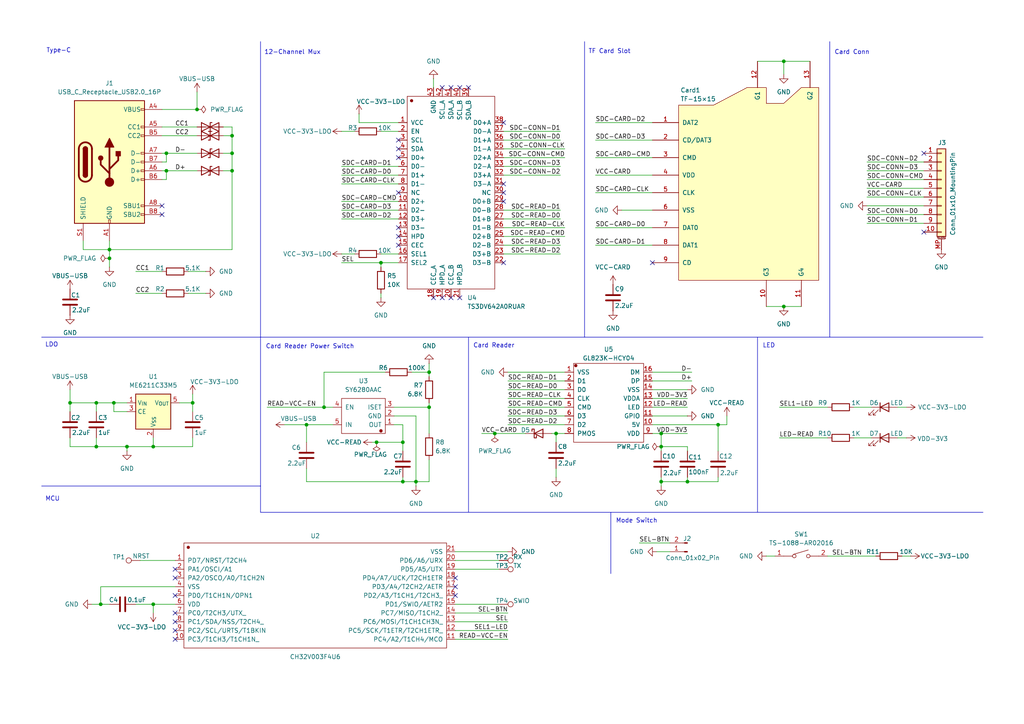
<source format=kicad_sch>
(kicad_sch (version 20231120) (generator "eeschema") (generator_version "8.0")
  (paper "A4")
  (title_block (title "tfcard_switcher") (date "2024-12-04") (rev "v1"))
  (junction (at 161.29 125.73))
  (junction (at 191.77 129.54))
  (junction (at 27.94 129.54))
  (junction (at 199.39 139.7))
  (junction (at 31.75 72.39))
  (junction (at 191.77 139.7))
  (junction (at 67.31 49.53))
  (junction (at 48.26 44.45))
  (junction (at 110.49 76.2))
  (junction (at 93.98 118.11))
  (junction (at 191.77 125.73))
  (junction (at 124.46 107.95))
  (junction (at 20.32 116.84))
  (junction (at 67.31 44.45))
  (junction (at 208.28 123.19))
  (junction (at 88.9 123.19))
  (junction (at 48.26 49.53))
  (junction (at 27.94 116.84))
  (junction (at 55.88 116.84))
  (junction (at 57.15 31.75))
  (junction (at 116.84 139.7))
  (junction (at 124.46 118.11))
  (junction (at 227.33 88.9))
  (junction (at 227.33 17.78))
  (junction (at 31.75 74.93))
  (junction (at 44.45 129.54))
  (junction (at 116.84 128.27))
  (junction (at 109.22 128.27))
  (junction (at 33.02 116.84))
  (junction (at 44.45 175.26))
  (junction (at 29.21 175.26))
  (junction (at 143.51 125.73))
  (junction (at 67.31 39.37))
  (junction (at 120.65 139.7))
  (junction (at 36.83 129.54))
  (no_connect (at 128.27 86.36))
  (no_connect (at 50.8 167.64))
  (no_connect (at 189.23 76.2))
  (no_connect (at 50.8 185.42))
  (no_connect (at 50.8 177.8))
  (no_connect (at 130.81 86.36))
  (no_connect (at 132.08 167.64))
  (no_connect (at 50.8 180.34))
  (no_connect (at 50.8 165.1))
  (no_connect (at 267.97 67.31))
  (no_connect (at 50.8 172.72))
  (no_connect (at 146.05 35.56))
  (no_connect (at 115.57 55.88))
  (no_connect (at 115.57 40.64))
  (no_connect (at 146.05 76.2))
  (no_connect (at 115.57 66.04))
  (no_connect (at 132.08 170.18))
  (no_connect (at 46.99 62.23))
  (no_connect (at 146.05 53.34))
  (no_connect (at 146.05 58.42))
  (no_connect (at 133.35 86.36))
  (no_connect (at 135.89 25.4))
  (no_connect (at 115.57 71.12))
  (no_connect (at 267.97 44.45))
  (no_connect (at 133.35 25.4))
  (no_connect (at 128.27 25.4))
  (no_connect (at 132.08 172.72))
  (no_connect (at 146.05 55.88))
  (no_connect (at 46.99 59.69))
  (no_connect (at 50.8 182.88))
  (no_connect (at 125.73 86.36))
  (no_connect (at 130.81 25.4))
  (no_connect (at 115.57 68.58))
  (no_connect (at 115.57 45.72))
  (no_connect (at 115.57 43.18))
  (wire (pts (xy 99.06 50.8) (xy 115.57 50.8)))
  (wire (pts (xy 147.32 113.03) (xy 163.83 113.03)))
  (wire (pts (xy 132.08 160.02) (xy 147.32 160.02)))
  (wire (pts (xy 199.39 139.7) (xy 191.77 139.7)))
  (wire (pts (xy 160.02 125.73) (xy 161.29 125.73)))
  (wire (pts (xy 67.31 39.37) (xy 67.31 44.45)))
  (wire (pts (xy 172.72 40.64) (xy 189.23 40.64)))
  (wire (pts (xy 55.88 116.84) (xy 55.88 119.38)))
  (wire (pts (xy 162.56 60.96) (xy 146.05 60.96)))
  (wire (pts (xy 67.31 49.53) (xy 67.31 72.39)))
  (wire (pts (xy 33.02 116.84) (xy 36.83 116.84)))
  (wire (pts (xy 31.75 69.85) (xy 31.75 72.39)))
  (wire (pts (xy 40.64 162.56) (xy 50.8 162.56)))
  (wire (pts (xy 67.31 44.45) (xy 67.31 49.53)))
  (wire (pts (xy 116.84 138.43) (xy 116.84 139.7)))
  (wire (pts (xy 162.56 40.64) (xy 146.05 40.64)))
  (polyline (pts (xy 75.565 97.79) (xy 169.545 97.79)))
  (wire (pts (xy 120.65 120.65) (xy 120.65 139.7)))
  (wire (pts (xy 93.98 118.11) (xy 96.52 118.11)))
  (wire (pts (xy 88.9 135.89) (xy 88.9 139.7)))
  (wire (pts (xy 124.46 116.84) (xy 124.46 118.11)))
  (wire (pts (xy 110.49 73.66) (xy 115.57 73.66)))
  (wire (pts (xy 162.56 73.66) (xy 146.05 73.66)))
  (wire (pts (xy 36.83 119.38) (xy 33.02 119.38)))
  (wire (pts (xy 110.49 85.09) (xy 110.49 86.36)))
  (wire (pts (xy 64.77 39.37) (xy 67.31 39.37)))
  (wire (pts (xy 189.23 110.49) (xy 200.66 110.49)))
  (wire (pts (xy 54.61 78.74) (xy 59.69 78.74)))
  (wire (pts (xy 82.55 123.19) (xy 88.9 123.19)))
  (wire (pts (xy 161.29 125.73) (xy 161.29 128.27)))
  (wire (pts (xy 162.56 63.5) (xy 146.05 63.5)))
  (wire (pts (xy 227.33 88.9) (xy 232.41 88.9)))
  (wire (pts (xy 39.37 85.09) (xy 46.99 85.09)))
  (wire (pts (xy 172.72 66.04) (xy 189.23 66.04)))
  (polyline (pts (xy 177.165 148.59) (xy 177.165 166.37)))
  (wire (pts (xy 120.65 139.7) (xy 120.65 140.97)))
  (wire (pts (xy 199.39 129.54) (xy 199.39 130.81)))
  (wire (pts (xy 132.08 162.56) (xy 144.78 162.56)))
  (wire (pts (xy 132.08 182.88) (xy 147.32 182.88)))
  (wire (pts (xy 240.03 161.29) (xy 254 161.29)))
  (wire (pts (xy 251.46 57.15) (xy 267.97 57.15)))
  (wire (pts (xy 36.83 129.54) (xy 36.83 130.81)))
  (wire (pts (xy 114.3 120.65) (xy 120.65 120.65)))
  (wire (pts (xy 88.9 139.7) (xy 116.84 139.7)))
  (wire (pts (xy 191.77 139.7) (xy 191.77 140.97)))
  (wire (pts (xy 191.77 129.54) (xy 199.39 129.54)))
  (wire (pts (xy 104.14 33.02) (xy 104.14 35.56)))
  (wire (pts (xy 139.7 125.73) (xy 143.51 125.73)))
  (wire (pts (xy 110.49 76.2) (xy 110.49 77.47)))
  (wire (pts (xy 64.77 44.45) (xy 67.31 44.45)))
  (wire (pts (xy 185.42 157.48) (xy 194.31 157.48)))
  (wire (pts (xy 29.21 170.18) (xy 29.21 175.26)))
  (wire (pts (xy 162.56 48.26) (xy 146.05 48.26)))
  (wire (pts (xy 147.32 123.19) (xy 163.83 123.19)))
  (wire (pts (xy 99.06 76.2) (xy 110.49 76.2)))
  (wire (pts (xy 191.77 129.54) (xy 191.77 130.81)))
  (wire (pts (xy 120.65 139.7) (xy 124.46 139.7)))
  (wire (pts (xy 119.38 107.95) (xy 124.46 107.95)))
  (wire (pts (xy 67.31 72.39) (xy 31.75 72.39)))
  (wire (pts (xy 251.46 52.07) (xy 267.97 52.07)))
  (wire (pts (xy 93.98 107.95) (xy 93.98 118.11)))
  (wire (pts (xy 162.56 71.12) (xy 146.05 71.12)))
  (wire (pts (xy 227.33 17.78) (xy 234.95 17.78)))
  (wire (pts (xy 163.83 45.72) (xy 146.05 45.72)))
  (wire (pts (xy 46.99 31.75) (xy 57.15 31.75)))
  (wire (pts (xy 99.06 60.96) (xy 115.57 60.96)))
  (wire (pts (xy 172.72 50.8) (xy 189.23 50.8)))
  (wire (pts (xy 191.77 125.73) (xy 199.39 125.73)))
  (wire (pts (xy 20.32 129.54) (xy 27.94 129.54)))
  (wire (pts (xy 116.84 139.7) (xy 120.65 139.7)))
  (wire (pts (xy 189.23 125.73) (xy 191.77 125.73)))
  (wire (pts (xy 189.23 118.11) (xy 199.39 118.11)))
  (wire (pts (xy 99.06 38.1) (xy 102.87 38.1)))
  (wire (pts (xy 163.83 66.04) (xy 146.05 66.04)))
  (wire (pts (xy 190.5 160.02) (xy 194.31 160.02)))
  (wire (pts (xy 27.94 129.54) (xy 36.83 129.54)))
  (wire (pts (xy 48.26 52.07) (xy 48.26 49.53)))
  (wire (pts (xy 99.06 63.5) (xy 115.57 63.5)))
  (wire (pts (xy 20.32 116.84) (xy 20.32 119.38)))
  (wire (pts (xy 44.45 129.54) (xy 44.45 127)))
  (wire (pts (xy 147.32 107.95) (xy 163.83 107.95)))
  (wire (pts (xy 107.95 128.27) (xy 109.22 128.27)))
  (wire (pts (xy 31.75 74.93) (xy 31.75 77.47)))
  (wire (pts (xy 247.65 127) (xy 252.73 127)))
  (wire (pts (xy 116.84 123.19) (xy 116.84 128.27)))
  (wire (pts (xy 48.26 46.99) (xy 48.26 44.45)))
  (polyline (pts (xy 240.665 12.065) (xy 240.665 97.79)))
  (wire (pts (xy 116.84 128.27) (xy 116.84 130.81)))
  (wire (pts (xy 262.89 127) (xy 260.35 127)))
  (wire (pts (xy 27.94 116.84) (xy 27.94 119.38)))
  (wire (pts (xy 114.3 118.11) (xy 124.46 118.11)))
  (wire (pts (xy 104.14 35.56) (xy 115.57 35.56)))
  (wire (pts (xy 251.46 59.69) (xy 267.97 59.69)))
  (wire (pts (xy 208.28 139.7) (xy 208.28 138.43)))
  (wire (pts (xy 210.82 120.65) (xy 210.82 123.19)))
  (wire (pts (xy 33.02 116.84) (xy 33.02 119.38)))
  (wire (pts (xy 132.08 177.8) (xy 147.32 177.8)))
  (polyline (pts (xy 219.71 97.79) (xy 219.71 148.59)))
  (wire (pts (xy 132.08 180.34) (xy 147.32 180.34)))
  (polyline (pts (xy 135.89 97.79) (xy 135.89 148.59)))
  (wire (pts (xy 64.77 49.53) (xy 67.31 49.53)))
  (wire (pts (xy 55.88 127) (xy 55.88 129.54)))
  (wire (pts (xy 251.46 54.61) (xy 267.97 54.61)))
  (wire (pts (xy 147.32 115.57) (xy 163.83 115.57)))
  (wire (pts (xy 163.83 43.18) (xy 146.05 43.18)))
  (wire (pts (xy 247.65 118.11) (xy 252.73 118.11)))
  (wire (pts (xy 132.08 165.1) (xy 144.78 165.1)))
  (wire (pts (xy 99.06 48.26) (xy 115.57 48.26)))
  (wire (pts (xy 46.99 46.99) (xy 48.26 46.99)))
  (wire (pts (xy 162.56 50.8) (xy 146.05 50.8)))
  (wire (pts (xy 24.13 72.39) (xy 31.75 72.39)))
  (wire (pts (xy 44.45 129.54) (xy 36.83 129.54)))
  (wire (pts (xy 172.72 71.12) (xy 189.23 71.12)))
  (wire (pts (xy 172.72 45.72) (xy 189.23 45.72)))
  (wire (pts (xy 46.99 36.83) (xy 57.15 36.83)))
  (wire (pts (xy 251.46 64.77) (xy 267.97 64.77)))
  (polyline (pts (xy 75.565 97.79) (xy 75.565 140.97)))
  (wire (pts (xy 20.32 116.84) (xy 20.32 113.03)))
  (wire (pts (xy 20.32 116.84) (xy 27.94 116.84)))
  (wire (pts (xy 163.83 68.58) (xy 146.05 68.58)))
  (wire (pts (xy 99.06 73.66) (xy 102.87 73.66)))
  (wire (pts (xy 124.46 133.35) (xy 124.46 139.7)))
  (wire (pts (xy 143.51 125.73) (xy 152.4 125.73)))
  (wire (pts (xy 208.28 123.19) (xy 210.82 123.19)))
  (wire (pts (xy 191.77 125.73) (xy 191.77 129.54)))
  (polyline (pts (xy 12.065 97.79) (xy 75.565 97.79)))
  (wire (pts (xy 39.37 78.74) (xy 46.99 78.74)))
  (wire (pts (xy 172.72 55.88) (xy 189.23 55.88)))
  (wire (pts (xy 110.49 76.2) (xy 115.57 76.2)))
  (wire (pts (xy 222.25 88.9) (xy 227.33 88.9)))
  (wire (pts (xy 161.29 125.73) (xy 163.83 125.73)))
  (polyline (pts (xy 75.565 148.59) (xy 177.165 148.59)))
  (wire (pts (xy 172.72 35.56) (xy 189.23 35.56)))
  (wire (pts (xy 67.31 36.83) (xy 67.31 39.37)))
  (wire (pts (xy 57.15 26.67) (xy 57.15 31.75)))
  (wire (pts (xy 208.28 123.19) (xy 208.28 130.81)))
  (wire (pts (xy 199.39 138.43) (xy 199.39 139.7)))
  (wire (pts (xy 52.07 116.84) (xy 55.88 116.84)))
  (wire (pts (xy 99.06 53.34) (xy 115.57 53.34)))
  (polyline (pts (xy 75.565 12.065) (xy 75.565 97.79)))
  (wire (pts (xy 39.37 175.26) (xy 44.45 175.26)))
  (wire (pts (xy 27.94 116.84) (xy 33.02 116.84)))
  (wire (pts (xy 251.46 49.53) (xy 267.97 49.53)))
  (wire (pts (xy 189.23 123.19) (xy 208.28 123.19)))
  (wire (pts (xy 199.39 139.7) (xy 208.28 139.7)))
  (wire (pts (xy 251.46 62.23) (xy 267.97 62.23)))
  (wire (pts (xy 110.49 38.1) (xy 115.57 38.1)))
  (wire (pts (xy 147.32 118.11) (xy 163.83 118.11)))
  (wire (pts (xy 111.76 107.95) (xy 93.98 107.95)))
  (wire (pts (xy 77.47 118.11) (xy 93.98 118.11)))
  (wire (pts (xy 226.06 118.11) (xy 240.03 118.11)))
  (wire (pts (xy 189.23 113.03) (xy 199.39 113.03)))
  (wire (pts (xy 124.46 105.41) (xy 124.46 107.95)))
  (polyline (pts (xy 169.545 12.065) (xy 169.545 97.79)))
  (polyline (pts (xy 75.565 140.97) (xy 75.565 148.59)))
  (wire (pts (xy 189.23 115.57) (xy 199.39 115.57)))
  (wire (pts (xy 189.23 107.95) (xy 200.66 107.95)))
  (wire (pts (xy 264.16 161.29) (xy 261.62 161.29)))
  (wire (pts (xy 31.75 72.39) (xy 31.75 74.93)))
  (wire (pts (xy 219.71 17.78) (xy 227.33 17.78)))
  (wire (pts (xy 46.99 44.45) (xy 48.26 44.45)))
  (wire (pts (xy 20.32 127) (xy 20.32 129.54)))
  (wire (pts (xy 27.94 127) (xy 27.94 129.54)))
  (wire (pts (xy 88.9 123.19) (xy 96.52 123.19)))
  (wire (pts (xy 88.9 123.19) (xy 88.9 128.27)))
  (wire (pts (xy 180.34 60.96) (xy 189.23 60.96)))
  (wire (pts (xy 29.21 175.26) (xy 31.75 175.26)))
  (wire (pts (xy 132.08 185.42) (xy 147.32 185.42)))
  (wire (pts (xy 189.23 120.65) (xy 199.39 120.65)))
  (wire (pts (xy 162.56 38.1) (xy 146.05 38.1)))
  (wire (pts (xy 191.77 138.43) (xy 191.77 139.7)))
  (wire (pts (xy 44.45 129.54) (xy 55.88 129.54)))
  (wire (pts (xy 222.25 161.29) (xy 224.79 161.29)))
  (wire (pts (xy 46.99 39.37) (xy 57.15 39.37)))
  (polyline (pts (xy 12.065 140.97) (xy 75.565 140.97)))
  (wire (pts (xy 114.3 123.19) (xy 116.84 123.19)))
  (wire (pts (xy 24.13 69.85) (xy 24.13 72.39)))
  (wire (pts (xy 125.73 22.86) (xy 125.73 25.4)))
  (polyline (pts (xy 169.545 97.79) (xy 285.115 97.79)))
  (wire (pts (xy 48.26 49.53) (xy 57.15 49.53)))
  (wire (pts (xy 54.61 85.09) (xy 59.69 85.09)))
  (wire (pts (xy 48.26 44.45) (xy 57.15 44.45)))
  (wire (pts (xy 109.22 128.27) (xy 116.84 128.27)))
  (polyline (pts (xy 177.165 148.59) (xy 285.115 148.59)))
  (wire (pts (xy 147.32 110.49) (xy 163.83 110.49)))
  (wire (pts (xy 44.45 175.26) (xy 44.45 177.8)))
  (wire (pts (xy 55.88 114.3) (xy 55.88 116.84)))
  (wire (pts (xy 64.77 36.83) (xy 67.31 36.83)))
  (wire (pts (xy 46.99 49.53) (xy 48.26 49.53)))
  (wire (pts (xy 227.33 17.78) (xy 227.33 21.59)))
  (wire (pts (xy 226.06 127) (xy 240.03 127)))
  (wire (pts (xy 26.67 175.26) (xy 29.21 175.26)))
  (wire (pts (xy 46.99 52.07) (xy 48.26 52.07)))
  (wire (pts (xy 251.46 46.99) (xy 267.97 46.99)))
  (wire (pts (xy 124.46 118.11) (xy 124.46 125.73)))
  (wire (pts (xy 44.45 175.26) (xy 50.8 175.26)))
  (wire (pts (xy 132.08 175.26) (xy 144.78 175.26)))
  (wire (pts (xy 99.06 58.42) (xy 115.57 58.42)))
  (wire (pts (xy 147.32 120.65) (xy 163.83 120.65)))
  (wire (pts (xy 161.29 135.89) (xy 161.29 138.43)))
  (wire (pts (xy 124.46 107.95) (xy 124.46 109.22)))
  (wire (pts (xy 29.21 170.18) (xy 50.8 170.18)))
  (wire (pts (xy 260.35 118.11) (xy 262.89 118.11)))
  (text "TF Card Slot" (at 176.784 14.986 0) (effects (font (size 1.27 1.27))))
  (text "LDO" (at 14.986 100.076 0) (effects (font (size 1.27 1.27))))
  (text "12-Channel Mux" (at 84.836 15.24 0) (effects (font (size 1.27 1.27))))
  (text "LED" (at 223.012 100.33 0) (effects (font (size 1.27 1.27))))
  (text "Type-C" (at 17.018 14.732 0) (effects (font (size 1.27 1.27))))
  (text "Mode Switch" (at 184.658 151.13 0) (effects (font (size 1.27 1.27))))
  (text "Card Reader Power Switch" (at 89.916 100.584 0) (effects (font (size 1.27 1.27))))
  (text "Card Reader" (at 143.256 100.33 0) (effects (font (size 1.27 1.27))))
  (text "MCU" (at 15.24 144.78 0) (effects (font (size 1.27 1.27))))
  (text "Card Conn" (at 247.142 15.24 0) (effects (font (size 1.27 1.27))))
  (label "SDC-CARD-D3" (at 172.72 40.64 0))
  (label "SDC-CARD-D1" (at 172.72 71.12 0))
  (label "SDC-CARD-D3" (at 99.06 60.96 0))
  (label "SDC-CONN-CLK" (at 163.83 43.18 180))
  (label "SDC-CONN-D1" (at 251.46 64.77 0))
  (label "CC1" (at 39.37 78.74 0))
  (label "SDC-READ-D1" (at 162.56 60.96 180))
  (label "LED-READ" (at 199.39 118.11 180))
  (label "SDC-READ-D1" (at 147.32 110.49 0))
  (label "SEL-BTN" (at 241.3 161.29 0))
  (label "SDC-CARD-CMD" (at 99.06 58.42 0))
  (label "SDC-CARD-CMD" (at 172.72 45.72 0))
  (label "SDC-CONN-D0" (at 251.46 62.23 0))
  (label "SDC-CARD-D2" (at 99.06 63.5 0))
  (label "VCC-CARD" (at 139.7 125.73 0))
  (label "SDC-CARD-D1" (at 99.06 48.26 0))
  (label "SEL" (at 99.06 76.2 0))
  (label "SDC-READ-CLK" (at 147.32 115.57 0))
  (label "SEL-BTN" (at 185.42 157.48 0))
  (label "SDC-READ-D0" (at 147.32 113.03 0))
  (label "SDC-CARD-D0" (at 172.72 66.04 0))
  (label "SDC-CARD-D2" (at 172.72 35.56 0))
  (label "LED-READ" (at 226.06 127 0))
  (label "SDC-CONN-CMD" (at 251.46 52.07 0))
  (label "VDD-3V3" (at 199.39 125.73 180))
  (label "SDC-CARD-CLK" (at 172.72 55.88 0))
  (label "D+" (at 200.66 110.49 180))
  (label "CC2" (at 50.8 39.37 0))
  (label "SDC-CONN-D0" (at 162.56 40.64 180))
  (label "SDC-READ-D0" (at 162.56 63.5 180))
  (label "SDC-READ-CMD" (at 147.32 118.11 0))
  (label "CC2" (at 39.37 85.09 0))
  (label "SEL1-LED" (at 226.06 118.11 0))
  (label "D-" (at 50.8 44.45 0))
  (label "SEL1-LED" (at 147.32 182.88 180))
  (label "SDC-READ-D3" (at 147.32 120.65 0))
  (label "VCC-CARD" (at 251.46 54.61 0))
  (label "READ-VCC-EN" (at 77.47 118.11 0))
  (label "D+" (at 50.8 49.53 0))
  (label "VDD-3V3" (at 199.39 115.57 180))
  (label "SDC-READ-CMD" (at 163.83 68.58 180))
  (label "SDC-CARD-D0" (at 99.06 50.8 0))
  (label "READ-VCC-EN" (at 147.32 185.42 180))
  (label "SDC-CONN-D2" (at 251.46 46.99 0))
  (label "SDC-READ-D2" (at 147.32 123.19 0))
  (label "SDC-CONN-D3" (at 251.46 49.53 0))
  (label "SDC-CONN-D1" (at 162.56 38.1 180))
  (label "CC1" (at 50.8 36.83 0))
  (label "SDC-READ-D2" (at 162.56 73.66 180))
  (label "SEL" (at 147.32 180.34 180))
  (label "VCC-CARD" (at 172.72 50.8 0))
  (label "SDC-CONN-CLK" (at 251.46 57.15 0))
  (label "SDC-READ-D3" (at 162.56 71.12 180))
  (label "SDC-CONN-D3" (at 162.56 48.26 180))
  (label "SEL-BTN" (at 147.32 177.8 180))
  (label "SDC-CARD-CLK" (at 99.06 53.34 0))
  (label "SDC-CONN-D2" (at 162.56 50.8 180))
  (label "SDC-READ-CLK" (at 163.83 66.04 180))
  (label "D-" (at 200.66 107.95 180))
  (label "SDC-CONN-CMD" (at 163.83 45.72 180))
  (symbol (lib_id "SparkFun-PowerSymbol:5V") (at 210.82 120.65 0) (unit 1)
    (property "Reference" "#PWR031" (effects (hide yes)))
    (property "Value" "VCC-READ" (at 210.82 116.84 0))
    (property "Description" "Power symbol creates a global label with name \"5V\"" (effects (hide yes)))
  )
  (symbol (lib_id "SparkFun-PowerSymbol:5V") (at 20.32 113.03 0) (unit 1)
    (property "Reference" "#PWR03" (effects (hide yes)))
    (property "Value" "VBUS-USB" (at 20.32 109.22 0))
    (property "Description" "Power symbol creates a global label with name \"5V\"" (effects (hide yes)))
  )
  (symbol (lib_id "Device:R") (at 106.68 38.1 90) (unit 1)
    (property "Reference" "R3" (at 103.632 37.084 90) (effects (justify left)))
    (property "Value" "10K" (at 113.538 37.084 90) (effects (justify left)))
    (property "Footprint" "Resistor_SMD:R_0603_1608Metric" (effects (hide yes)))
    (property "Description" "Resistor" (effects (hide yes)))
  )
  (symbol (lib_id "power:GND") (at 147.32 107.95 270) (unit 1)
    (property "Reference" "#PWR021" (effects (hide yes)))
    (property "Value" "GND" (at 143.51 107.9499 90) (effects (justify right)))
    (property "Description" "Power symbol creates a global label with name \"GND\" , ground" (effects (hide yes)))
  )
  (symbol (lib_id "SparkFun-DiscreteSemi:D_TVS_0603") (at 60.96 44.45 0) (unit 1)
    (property "Reference" "D3" (effects (hide yes)))
    (property "Value" "PESD0603-240" (effects (hide yes)))
    (property "Footprint" "Diode_SMD:D_0603_1608Metric" (effects (hide yes)))
    (property "Datasheet" "https://www.littelfuse.com/media?resourcetype=datasheets&itemid=5186ff3a-844f-4b9e-926a-f506c7d3d551&filename=littelfuse-polymer-esd-suppressor-pesd-catalog-datasheet" (effects (hide yes)))
    (property "Description" "Bidirectional transient-voltage-suppression diode, Diode TVS 24VWM 45VClamp" (effects (hide yes)))
    (property "PROD_ID" "DIO-14502" (effects (hide yes)))
  )
  (symbol (lib_id "power:+3.3V") (at 262.89 127 270) (unit 1)
    (property "Reference" "#PWR037" (effects (hide yes)))
    (property "Value" "VDD-3V3" (at 270.51 127.254 90))
    (property "Description" "Power symbol creates a global label with name \"+3.3V\"" (effects (hide yes)))
  )
  (symbol (lib_id "Connector:TestPoint") (at 40.64 162.56 90) (unit 1)
    (property "Reference" "TP1" (at 36.322 161.544 90) (effects (justify left)))
    (property "Value" "NRST" (at 43.434 161.29 90) (effects (justify left)))
    (property "Footprint" "TestPoint:TestPoint_Pad_D2.0mm" (effects (hide yes)))
    (property "Description" "test point" (effects (hide yes)))
  )
  (symbol (lib_id "SparkFun-Capacitor:C") (at 116.84 134.62 0) (unit 1)
    (property "Reference" "C7" (at 114.046 132.334 0) (effects (justify left)))
    (property "Value" "2.2uF" (at 111.252 136.906 0) (effects (justify left)))
    (property "Footprint" "Capacitor_SMD:C_0603_1608Metric" (effects (hide yes)))
    (property "Datasheet" "https://cdn.sparkfun.com/assets/8/a/4/a/5/Kemet_Capacitor_Datasheet.pdf" (effects (hide yes)))
    (property "Description" "Unpolarized capacitor" (effects (hide yes)))
    (property "PROD_ID" "CAP-00000" (effects (hide yes)))
    (property "Voltage" "1kV" (effects (hide yes)))
    (property "Tolerance" "100%" (effects (hide yes)))
  )
  (symbol (lib_id "SparkFun-Capacitor:C") (at 20.32 123.19 0) (unit 1)
    (property "Reference" "C2" (at 20.574 121.158 0) (effects (justify left)))
    (property "Value" "2.2uF" (at 20.828 125.476 0) (effects (justify left)))
    (property "Footprint" "Capacitor_SMD:C_0603_1608Metric" (effects (hide yes)))
    (property "Datasheet" "https://cdn.sparkfun.com/assets/8/a/4/a/5/Kemet_Capacitor_Datasheet.pdf" (effects (hide yes)))
    (property "Description" "Unpolarized capacitor" (effects (hide yes)))
    (property "PROD_ID" "CAP-00000" (effects (hide yes)))
    (property "Voltage" "1kV" (effects (hide yes)))
    (property "Tolerance" "100%" (effects (hide yes)))
  )
  (symbol (lib_id "power:GND") (at 180.34 60.96 270) (unit 1)
    (property "Reference" "#PWR026" (effects (hide yes)))
    (property "Value" "GND" (at 176.53 60.9599 90) (effects (justify right)))
    (property "Description" "Power symbol creates a global label with name \"GND\" , ground" (effects (hide yes)))
  )
  (symbol (lib_id "power:GND") (at 227.33 88.9 0) (unit 1)
    (property "Reference" "#PWR034" (effects (hide yes)))
    (property "Value" "GND" (at 227.33 93.98 0))
    (property "Description" "Power symbol creates a global label with name \"GND\" , ground" (effects (hide yes)))
  )
  (symbol (lib_id "SparkFun-Capacitor:C") (at 199.39 134.62 0) (unit 1)
    (property "Reference" "C11" (at 199.644 132.588 0) (effects (justify left)))
    (property "Value" "100nF" (at 199.644 136.906 0) (effects (justify left)))
    (property "Footprint" "Capacitor_SMD:C_0603_1608Metric" (effects (hide yes)))
    (property "Datasheet" "https://cdn.sparkfun.com/assets/8/a/4/a/5/Kemet_Capacitor_Datasheet.pdf" (effects (hide yes)))
    (property "Description" "Unpolarized capacitor" (effects (hide yes)))
    (property "PROD_ID" "CAP-00000" (effects (hide yes)))
    (property "Voltage" "1kV" (effects (hide yes)))
    (property "Tolerance" "100%" (effects (hide yes)))
  )
  (symbol (lib_id "Device:D_Schottky") (at 156.21 125.73 0) (unit 1)
    (property "Reference" "D5" (at 152.4 124.714 0))
    (property "Value" "D_Schottky" (effects (hide yes)))
    (property "Footprint" "Diode_SMD:D_SOD-523" (effects (hide yes)))
    (property "Description" "Schottky diode" (effects (hide yes)))
  )
  (symbol (lib_id "power:GND") (at 120.65 140.97 0) (unit 1)
    (property "Reference" "#PWR018" (effects (hide yes)))
    (property "Value" "GND" (at 120.65 146.05 0))
    (property "Description" "Power symbol creates a global label with name \"GND\" , ground" (effects (hide yes)))
  )
  (symbol (lib_id "SparkFun-DiscreteSemi:D_TVS_0603") (at 60.96 49.53 0) (unit 1)
    (property "Reference" "D4" (effects (hide yes)))
    (property "Value" "PESD0603-240" (effects (hide yes)))
    (property "Footprint" "Diode_SMD:D_0603_1608Metric" (effects (hide yes)))
    (property "Datasheet" "https://www.littelfuse.com/media?resourcetype=datasheets&itemid=5186ff3a-844f-4b9e-926a-f506c7d3d551&filename=littelfuse-polymer-esd-suppressor-pesd-catalog-datasheet" (effects (hide yes)))
    (property "Description" "Bidirectional transient-voltage-suppression diode, Diode TVS 24VWM 45VClamp" (effects (hide yes)))
    (property "PROD_ID" "DIO-14502" (effects (hide yes)))
  )
  (symbol (lib_id "Connector:Conn_01x02_Pin") (at 199.39 160.02 180) (unit 1)
    (property "Reference" "J2" (at 198.12 156.21 0) (effects (justify right)))
    (property "Value" "Conn_01x02_Pin" (at 193.04 161.798 0) (effects (justify right)))
    (property "Footprint" "Connector_PinSocket_2.54mm:PinSocket_1x02_P2.54mm_Vertical" (effects (hide yes)))
    (property "Description" "Generic connector, single row, 01x02, script generated" (effects (hide yes)))
  )
  (symbol (lib_id "SparkFun-Capacitor:C") (at 35.56 175.26 90) (unit 1)
    (property "Reference" "C4" (at 34.29 173.99 90) (effects (justify left)))
    (property "Value" "0.1uF" (at 42.418 173.99 90) (effects (justify left)))
    (property "Footprint" "Capacitor_SMD:C_0603_1608Metric" (effects (hide yes)))
    (property "Datasheet" "https://cdn.sparkfun.com/assets/8/a/4/a/5/Kemet_Capacitor_Datasheet.pdf" (effects (hide yes)))
    (property "Description" "Unpolarized capacitor" (effects (hide yes)))
    (property "PROD_ID" "CAP-00000" (effects (hide yes)))
    (property "Voltage" "1kV" (effects (hide yes)))
    (property "Tolerance" "100%" (effects (hide yes)))
  )
  (symbol (lib_id "power:GND") (at 36.83 130.81 0) (unit 1)
    (property "Reference" "#PWR06" (effects (hide yes)))
    (property "Value" "GND" (at 36.83 135.89 0))
    (property "Description" "Power symbol creates a global label with name \"GND\" , ground" (effects (hide yes)))
  )
  (symbol (lib_id "Device:R") (at 243.84 127 270) (unit 1)
    (property "Reference" "R10" (at 237.236 125.73 90) (effects (justify left)))
    (property "Value" "1K" (at 246.888 125.73 90) (effects (justify left)))
    (property "Footprint" "Resistor_SMD:R_0603_1608Metric" (effects (hide yes)))
    (property "Description" "Resistor" (effects (hide yes)))
  )
  (symbol (lib_id "Device:R") (at 50.8 85.09 90) (unit 1)
    (property "Reference" "R2" (at 47.752 83.82 90) (effects (justify left)))
    (property "Value" "5.1K" (at 58.166 83.82 90) (effects (justify left)))
    (property "Footprint" "Resistor_SMD:R_0603_1608Metric" (effects (hide yes)))
    (property "Description" "Resistor" (effects (hide yes)))
  )
  (symbol (lib_id "power:GND") (at 227.33 21.59 0) (unit 1)
    (property "Reference" "#PWR033" (effects (hide yes)))
    (property "Value" "GND" (at 227.33 26.67 0))
    (property "Description" "Power symbol creates a global label with name \"GND\" , ground" (effects (hide yes)))
  )
  (symbol (lib_id "power:+3.3V") (at 104.14 33.02 0) (unit 1)
    (property "Reference" "#PWR015" (effects (hide yes)))
    (property "Value" "VCC-3V3-LDO" (at 110.49 29.464 0))
    (property "Description" "Power symbol creates a global label with name \"+3.3V\"" (effects (hide yes)))
  )
  (symbol (lib_id "power:GND") (at 59.69 85.09 90) (unit 1)
    (property "Reference" "#PWR011" (effects (hide yes)))
    (property "Value" "GND" (at 63.5 85.0899 90) (effects (justify right)))
    (property "Description" "Power symbol creates a global label with name \"GND\" , ground" (effects (hide yes)))
  )
  (symbol (lib_id "Connector:TestPoint") (at 144.78 175.26 270) (unit 1)
    (property "Reference" "TP4" (at 143.764 174.244 90) (effects (justify left)))
    (property "Value" "SWIO" (at 148.844 174.244 90) (effects (justify left)))
    (property "Footprint" "TestPoint:TestPoint_Pad_D2.0mm" (effects (hide yes)))
    (property "Description" "test point" (effects (hide yes)))
  )
  (symbol (lib_id "SparkFun-PowerSymbol:5V") (at 57.15 26.67 0) (unit 1)
    (property "Reference" "#PWR09" (effects (hide yes)))
    (property "Value" "VBUS-USB" (at 57.15 22.86 0))
    (property "Description" "Power symbol creates a global label with name \"5V\"" (effects (hide yes)))
  )
  (symbol (lib_id "power:GND") (at 190.5 160.02 270) (unit 1)
    (property "Reference" "#PWR027" (effects (hide yes)))
    (property "Value" "GND" (at 186.69 160.0199 90) (effects (justify right)))
    (property "Description" "Power symbol creates a global label with name \"GND\" , ground" (effects (hide yes)))
  )
  (symbol (lib_id "Connector_Generic_MountingPin:Conn_01x10_MountingPin") (at 273.05 54.61 0) (unit 1)
    (property "Reference" "J3" (at 272.034 41.402 0) (effects (justify left)))
    (property "Value" "Conn_01x10_MountingPin" (at 276.352 68.326 90) (effects (justify left)))
    (property "Footprint" "Connector_FFC-FPC:TE_1-84952-0_1x10-1MP_P1.0mm_Horizontal" (effects (hide yes)))
    (property "Description" "Generic connectable mounting pin connector, single row, 01x10, script generated (kicad-library-utils/schlib/autogen/connector/)" (effects (hide yes)))
  )
  (symbol (lib_id "power:PWR_FLAG") (at 191.77 129.54 90) (unit 1)
    (property "Reference" "#FLG05" (effects (hide yes)))
    (property "Value" "PWR_FLAG" (at 183.642 129.54 90))
    (property "Description" "Special symbol for telling ERC where power comes from" (effects (hide yes)))
  )
  (symbol (lib_id "Regulator_Linear:ME6211C33M5") (at 44.45 119.38 0) (unit 1)
    (property "Reference" "U1" (at 44.45 109.22 0))
    (property "Value" "ME6211C33M5" (at 44.45 111.76 0))
    (property "Footprint" "Package_TO_SOT_SMD:SOT-23-5" (effects (hide yes)))
    (property "Datasheet" "https://www.lcsc.com/datasheet/lcsc_datasheet_2304140030_MICRONE-Nanjing-Micro-One-Elec-ME6211C33R5G_C235316.pdf" (effects (hide yes)))
    (property "Description" "500mA low dropout linear regulator, shutdown pin, 6.5V max input voltage, 3.3V fixed positive output, SOT-23-5" (effects (hide yes)))
  )
  (symbol (lib_id "Device:R") (at 124.46 129.54 0) (unit 1)
    (property "Reference" "R8" (at 126.238 128.27 0) (effects (justify left)))
    (property "Value" "6.8K" (at 126.238 130.81 0) (effects (justify left)))
    (property "Footprint" "Resistor_SMD:R_0603_1608Metric" (effects (hide yes)))
    (property "Description" "Resistor" (effects (hide yes)))
  )
  (symbol (lib_id "SparkFun-Capacitor:C") (at 177.8 86.36 0) (unit 1)
    (property "Reference" "C9" (at 178.308 83.82 0) (effects (justify left)))
    (property "Value" "2.2uF" (at 178.308 88.646 0) (effects (justify left)))
    (property "Footprint" "Capacitor_SMD:C_0603_1608Metric" (effects (hide yes)))
    (property "Datasheet" "https://cdn.sparkfun.com/assets/8/a/4/a/5/Kemet_Capacitor_Datasheet.pdf" (effects (hide yes)))
    (property "Description" "Unpolarized capacitor" (effects (hide yes)))
    (property "PROD_ID" "CAP-00000" (effects (hide yes)))
    (property "Voltage" "1kV" (effects (hide yes)))
    (property "Tolerance" "100%" (effects (hide yes)))
  )
  (symbol (lib_id "SparkFun-Capacitor:C") (at 208.28 134.62 0) (unit 1)
    (property "Reference" "C12" (at 208.534 132.334 0) (effects (justify left)))
    (property "Value" "2.2uF" (at 208.788 137.16 0) (effects (justify left)))
    (property "Footprint" "Capacitor_SMD:C_0603_1608Metric" (effects (hide yes)))
    (property "Datasheet" "https://cdn.sparkfun.com/assets/8/a/4/a/5/Kemet_Capacitor_Datasheet.pdf" (effects (hide yes)))
    (property "Description" "Unpolarized capacitor" (effects (hide yes)))
    (property "PROD_ID" "CAP-00000" (effects (hide yes)))
    (property "Voltage" "1kV" (effects (hide yes)))
    (property "Tolerance" "100%" (effects (hide yes)))
  )
  (symbol (lib_id "power:PWR_FLAG") (at 57.15 31.75 270) (unit 1)
    (property "Reference" "#FLG02" (effects (hide yes)))
    (property "Value" "PWR_FLAG" (at 60.96 31.7499 90) (effects (justify left)))
    (property "Description" "Special symbol for telling ERC where power comes from" (effects (hide yes)))
  )
  (symbol (lib_id "SparkFun-DiscreteSemi:D_TVS_0603") (at 60.96 39.37 0) (unit 1)
    (property "Reference" "D2" (effects (hide yes)))
    (property "Value" "PESD0603-240" (effects (hide yes)))
    (property "Footprint" "Diode_SMD:D_0603_1608Metric" (effects (hide yes)))
    (property "Datasheet" "https://www.littelfuse.com/media?resourcetype=datasheets&itemid=5186ff3a-844f-4b9e-926a-f506c7d3d551&filename=littelfuse-polymer-esd-suppressor-pesd-catalog-datasheet" (effects (hide yes)))
    (property "Description" "Bidirectional transient-voltage-suppression diode, Diode TVS 24VWM 45VClamp" (effects (hide yes)))
    (property "PROD_ID" "DIO-14502" (effects (hide yes)))
  )
  (symbol (lib_id "Connector:USB_C_Receptacle_USB2.0_16P") (at 31.75 46.99 0) (unit 1)
    (property "Reference" "J1" (at 31.75 24.13 0))
    (property "Value" "USB_C_Receptacle_USB2.0_16P" (at 31.75 26.67 0))
    (property "Footprint" "Connector_USB:USB_C_Receptacle_GCT_USB4110" (effects (hide yes)))
    (property "Datasheet" "https://www.usb.org/sites/default/files/documents/usb_type-c.zip" (effects (hide yes)))
    (property "Description" "USB 2.0-only 16P Type-C Receptacle connector" (effects (hide yes)))
  )
  (symbol (lib_id "power:GND") (at 199.39 113.03 90) (unit 1)
    (property "Reference" "#PWR029" (effects (hide yes)))
    (property "Value" "GND" (at 203.2 113.0299 90) (effects (justify right)))
    (property "Description" "Power symbol creates a global label with name \"GND\" , ground" (effects (hide yes)))
  )
  (symbol (lib_id "Device:R") (at 50.8 78.74 90) (unit 1)
    (property "Reference" "R1" (at 47.752 77.724 90) (effects (justify left)))
    (property "Value" "5.1K" (at 58.166 77.724 90) (effects (justify left)))
    (property "Footprint" "Resistor_SMD:R_0603_1608Metric" (effects (hide yes)))
    (property "Description" "Resistor" (effects (hide yes)))
  )
  (symbol (lib_id "from-lceda:TF-15×15") (at 213.36 53.34 0) (unit 1)
    (property "Reference" "Card1" (at 197.358 26.162 0) (effects (justify left)))
    (property "Value" "TF-15×15" (at 197.358 28.702 0) (effects (justify left)))
    (property "Footprint" "from-lceda:TF-SMD_TF-15-15" (effects (hide yes)))
    (property "Datasheet" "http://www.szlcsc.com/product/details_112422.html" (effects (hide yes)))
    (property "SuppliersPartNumber" "C111196" (effects (hide yes)))
    (property "uuid" "std:f359fca38b884498a19842ec720f84f5" (effects (hide yes)))
  )
  (symbol (lib_id "SparkFun-DiscreteSemi:D_TVS_0603") (at 60.96 36.83 0) (unit 1)
    (property "Reference" "D1" (effects (hide yes)))
    (property "Value" "PESD0603-240" (effects (hide yes)))
    (property "Footprint" "Diode_SMD:D_0603_1608Metric" (effects (hide yes)))
    (property "Datasheet" "https://www.littelfuse.com/media?resourcetype=datasheets&itemid=5186ff3a-844f-4b9e-926a-f506c7d3d551&filename=littelfuse-polymer-esd-suppressor-pesd-catalog-datasheet" (effects (hide yes)))
    (property "Description" "Bidirectional transient-voltage-suppression diode, Diode TVS 24VWM 45VClamp" (effects (hide yes)))
    (property "PROD_ID" "DIO-14502" (effects (hide yes)))
  )
  (symbol (lib_id "SparkFun-Capacitor:C") (at 88.9 132.08 0) (unit 1)
    (property "Reference" "C6" (at 84.582 129.794 0) (effects (justify left)))
    (property "Value" "2.2uF" (at 83.312 134.366 0) (effects (justify left)))
    (property "Footprint" "Capacitor_SMD:C_0603_1608Metric" (effects (hide yes)))
    (property "Datasheet" "https://cdn.sparkfun.com/assets/8/a/4/a/5/Kemet_Capacitor_Datasheet.pdf" (effects (hide yes)))
    (property "Description" "Unpolarized capacitor" (effects (hide yes)))
    (property "PROD_ID" "CAP-00000" (effects (hide yes)))
    (property "Voltage" "1kV" (effects (hide yes)))
    (property "Tolerance" "100%" (effects (hide yes)))
  )
  (symbol (lib_id "power:PWR_FLAG") (at 143.51 125.73 180) (unit 1)
    (property "Reference" "#FLG04" (effects (hide yes)))
    (property "Value" "PWR_FLAG" (at 143.51 130.81 0))
    (property "Description" "Special symbol for telling ERC where power comes from" (effects (hide yes)))
  )
  (symbol (lib_id "power:GND") (at 147.32 160.02 90) (unit 1)
    (property "Reference" "#PWR022" (effects (hide yes)))
    (property "Value" "GND" (at 151.13 160.0199 90) (effects (justify right)))
    (property "Description" "Power symbol creates a global label with name \"GND\" , ground" (effects (hide yes)))
  )
  (symbol (lib_id "SparkFun-PowerSymbol:5V") (at 20.32 83.82 0) (unit 1)
    (property "Reference" "#PWR01" (effects (hide yes)))
    (property "Value" "VBUS-USB" (at 20.32 80.01 0))
    (property "Description" "Power symbol creates a global label with name \"5V\"" (effects (hide yes)))
  )
  (symbol (lib_id "SparkFun-Capacitor:C") (at 55.88 123.19 0) (unit 1)
    (property "Reference" "C5" (at 56.388 121.158 0) (effects (justify left)))
    (property "Value" "1uF" (at 56.388 125.476 0) (effects (justify left)))
    (property "Footprint" "Capacitor_SMD:C_0603_1608Metric" (effects (hide yes)))
    (property "Datasheet" "https://cdn.sparkfun.com/assets/8/a/4/a/5/Kemet_Capacitor_Datasheet.pdf" (effects (hide yes)))
    (property "Description" "Unpolarized capacitor" (effects (hide yes)))
    (property "PROD_ID" "CAP-00000" (effects (hide yes)))
    (property "Voltage" "1kV" (effects (hide yes)))
    (property "Tolerance" "100%" (effects (hide yes)))
  )
  (symbol (lib_id "power:GND") (at 110.49 86.36 0) (unit 1)
    (property "Reference" "#PWR017" (effects (hide yes)))
    (property "Value" "GND" (at 110.49 91.44 0))
    (property "Description" "Power symbol creates a global label with name \"GND\" , ground" (effects (hide yes)))
  )
  (symbol (lib_id "power:GND") (at 177.8 90.17 0) (unit 1)
    (property "Reference" "#PWR025" (effects (hide yes)))
    (property "Value" "GND" (at 177.8 95.25 0))
    (property "Description" "Power symbol creates a global label with name \"GND\" , ground" (effects (hide yes)))
  )
  (symbol (lib_id "Connector:TestPoint") (at 144.78 162.56 270) (unit 1)
    (property "Reference" "TP2" (at 143.764 161.544 90) (effects (justify left)))
    (property "Value" "RX" (at 148.844 161.544 90) (effects (justify left)))
    (property "Footprint" "TestPoint:TestPoint_Pad_D2.0mm" (effects (hide yes)))
    (property "Description" "test point" (effects (hide yes)))
  )
  (symbol (lib_id "from-lceda:TS3DV642A0RUAR") (at 130.81 55.88 0) (unit 1)
    (property "Reference" "U4" (at 135.5441 86.36 0) (effects (justify left)))
    (property "Value" "TS3DV642A0RUAR" (at 135.5441 88.9 0) (effects (justify left)))
    (property "Footprint" "from-lceda:WFQFN-42_L9.0-W3.5-P0.50-BL-EP" (effects (hide yes)))
    (property "Datasheet" "http://www.szlcsc.com/product/details_168827.html" (effects (hide yes)))
    (property "SuppliersPartNumber" "C157482" (effects (hide yes)))
    (property "uuid" "std:ed9f53b1ae8f42f5893484da8320b378" (effects (hide yes)))
  )
  (symbol (lib_id "power:GND") (at 125.73 22.86 180) (unit 1)
    (property "Reference" "#PWR020" (effects (hide yes)))
    (property "Value" "GND" (at 125.73 17.78 0))
    (property "Description" "Power symbol creates a global label with name \"GND\" , ground" (effects (hide yes)))
  )
  (symbol (lib_id "SparkFun-PowerSymbol:5V") (at 107.95 128.27 90) (unit 1)
    (property "Reference" "#PWR016" (effects (hide yes)))
    (property "Value" "VCC-READ" (at 99.822 128.27 90))
    (property "Description" "Power symbol creates a global label with name \"5V\"" (effects (hide yes)))
  )
  (symbol (lib_id "Device:R") (at 106.68 73.66 90) (unit 1)
    (property "Reference" "R4" (at 103.632 72.644 90) (effects (justify left)))
    (property "Value" "10K" (at 113.538 72.644 90) (effects (justify left)))
    (property "Footprint" "Resistor_SMD:R_0603_1608Metric" (effects (hide yes)))
    (property "Description" "Resistor" (effects (hide yes)))
  )
  (symbol (lib_id "power:+3.3V") (at 55.88 114.3 0) (unit 1)
    (property "Reference" "#PWR08" (effects (hide yes)))
    (property "Value" "VCC-3V3-LDO" (at 62.23 110.744 0))
    (property "Description" "Power symbol creates a global label with name \"+3.3V\"" (effects (hide yes)))
  )
  (symbol (lib_id "power:GND") (at 59.69 78.74 90) (unit 1)
    (property "Reference" "#PWR010" (effects (hide yes)))
    (property "Value" "GND" (at 63.5 78.7399 90) (effects (justify right)))
    (property "Description" "Power symbol creates a global label with name \"GND\" , ground" (effects (hide yes)))
  )
  (symbol (lib_id "power:GND") (at 31.75 77.47 0) (unit 1)
    (property "Reference" "#PWR05" (effects (hide yes)))
    (property "Value" "GND" (at 31.75 82.55 0))
    (property "Description" "Power symbol creates a global label with name \"GND\" , ground" (effects (hide yes)))
  )
  (symbol (lib_id "SparkFun-Capacitor:C") (at 20.32 87.63 0) (unit 1)
    (property "Reference" "C1" (at 20.574 85.598 0) (effects (justify left)))
    (property "Value" "2.2uF" (at 20.828 89.916 0) (effects (justify left)))
    (property "Footprint" "Capacitor_SMD:C_0603_1608Metric" (effects (hide yes)))
    (property "Datasheet" "https://cdn.sparkfun.com/assets/8/a/4/a/5/Kemet_Capacitor_Datasheet.pdf" (effects (hide yes)))
    (property "Description" "Unpolarized capacitor" (effects (hide yes)))
    (property "PROD_ID" "CAP-00000" (effects (hide yes)))
    (property "Voltage" "1kV" (effects (hide yes)))
    (property "Tolerance" "100%" (effects (hide yes)))
  )
  (symbol (lib_id "power:+3.3V") (at 264.16 161.29 270) (unit 1)
    (property "Reference" "#PWR038" (effects (hide yes)))
    (property "Value" "VCC-3V3-LDO" (at 274.066 161.29 90))
    (property "Description" "Power symbol creates a global label with name \"+3.3V\"" (effects (hide yes)))
  )
  (symbol (lib_id "Device:R") (at 115.57 107.95 90) (unit 1)
    (property "Reference" "R6" (at 112.522 106.68 90) (effects (justify left)))
    (property "Value" "100K" (at 123.444 106.68 90) (effects (justify left)))
    (property "Footprint" "Resistor_SMD:R_0603_1608Metric" (effects (hide yes)))
    (property "Description" "Resistor" (effects (hide yes)))
  )
  (symbol (lib_id "power:GND") (at 124.46 105.41 180) (unit 1)
    (property "Reference" "#PWR019" (effects (hide yes)))
    (property "Value" "GND" (at 124.46 100.33 0))
    (property "Description" "Power symbol creates a global label with name \"GND\" , ground" (effects (hide yes)))
  )
  (symbol (lib_id "power:GND") (at 251.46 59.69 270) (unit 1)
    (property "Reference" "#PWR035" (effects (hide yes)))
    (property "Value" "GND" (at 247.65 59.6899 90) (effects (justify right)))
    (property "Description" "Power symbol creates a global label with name \"GND\" , ground" (effects (hide yes)))
  )
  (symbol (lib_id "Connector:TestPoint") (at 144.78 165.1 270) (unit 1)
    (property "Reference" "TP3" (at 143.764 164.084 90) (effects (justify left)))
    (property "Value" "TX" (at 148.844 164.084 90) (effects (justify left)))
    (property "Footprint" "TestPoint:TestPoint_Pad_D2.0mm" (effects (hide yes)))
    (property "Description" "test point" (effects (hide yes)))
  )
  (symbol (lib_id "Device:R") (at 110.49 81.28 0) (unit 1)
    (property "Reference" "R5" (at 112.268 80.01 0) (effects (justify left)))
    (property "Value" "10K" (at 112.268 82.55 0) (effects (justify left)))
    (property "Footprint" "Resistor_SMD:R_0603_1608Metric" (effects (hide yes)))
    (property "Description" "Resistor" (effects (hide yes)))
  )
  (symbol (lib_id "from-lceda:CH32V003F4U6") (at 91.44 172.72 0) (unit 1)
    (property "Reference" "U2" (at 91.44 155.448 0))
    (property "Value" "CH32V003F4U6" (at 91.44 190.5 0))
    (property "Footprint" "from-lceda:QFN-20_L3.0-W3.0-P0.40-TL-EP1.7" (effects (hide yes)))
    (property "SuppliersPartNumber" "C5299908" (effects (hide yes)))
    (property "uuid" "std:d56880db8ced4ff9a29f7d0cbba27722" (effects (hide yes)))
  )
  (symbol (lib_id "from-lceda:SY6280AAC") (at 105.41 120.65 90) (unit 1)
    (property "Reference" "U3" (at 105.41 110.49 90))
    (property "Value" "SY6280AAC" (at 105.41 113.03 90))
    (property "Footprint" "from-lceda:SOT-23-5_L3.0-W1.7-P0.95-LS2.8-BL" (effects (hide yes)))
    (property "Datasheet" "http://www.szlcsc.com/product/details_56162.html" (effects (hide yes)))
    (property "SuppliersPartNumber" "C55136" (effects (hide yes)))
    (property "uuid" "std:ea880c0d384148c2b5a676bc487e51d9" (effects (hide yes)))
  )
  (symbol (lib_id "power:GND") (at 20.32 91.44 0) (unit 1)
    (property "Reference" "#PWR02" (effects (hide yes)))
    (property "Value" "GND" (at 20.32 96.52 0))
    (property "Description" "Power symbol creates a global label with name \"GND\" , ground" (effects (hide yes)))
  )
  (symbol (lib_id "Device:R") (at 124.46 113.03 0) (mirror y) (unit 1)
    (property "Reference" "R7" (at 122.682 111.76 0) (effects (justify left)))
    (property "Value" "6.8K" (at 122.682 114.3 0) (effects (justify left)))
    (property "Footprint" "Resistor_SMD:R_0603_1608Metric" (effects (hide yes)))
    (property "Description" "Resistor" (effects (hide yes)))
  )
  (symbol (lib_id "SparkFun-PowerSymbol:5V") (at 82.55 123.19 90) (unit 1)
    (property "Reference" "#PWR012" (effects (hide yes)))
    (property "Value" "VBUS-USB" (at 86.614 121.412 90))
    (property "Description" "Power symbol creates a global label with name \"5V\"" (effects (hide yes)))
  )
  (symbol (lib_id "SparkFun-LED:LED") (at 256.54 127 0) (unit 1)
    (property "Reference" "D7" (at 253.492 125.73 0))
    (property "Value" "LED" (at 260.096 125.73 0))
    (property "Footprint" "LED_SMD:LED_0603_1608Metric" (effects (hide yes)))
    (property "Description" "Light emitting diode" (effects (hide yes)))
    (property "PROD_ID" "LED-" (effects (hide yes)))
  )
  (symbol (lib_id "power:+3.3V") (at 177.8 82.55 0) (unit 1)
    (property "Reference" "#PWR024" (effects (hide yes)))
    (property "Value" "VCC-CARD" (at 177.8 77.47 0))
    (property "Description" "Power symbol creates a global label with name \"+3.3V\"" (effects (hide yes)))
  )
  (symbol (lib_id "power:GND") (at 191.77 140.97 0) (unit 1)
    (property "Reference" "#PWR028" (effects (hide yes)))
    (property "Value" "GND" (at 191.77 146.05 0))
    (property "Description" "Power symbol creates a global label with name \"GND\" , ground" (effects (hide yes)))
  )
  (symbol (lib_id "power:PWR_FLAG") (at 109.22 128.27 180) (unit 1)
    (property "Reference" "#FLG03" (effects (hide yes)))
    (property "Value" "PWR_FLAG" (at 107.442 131.826 0))
    (property "Description" "Special symbol for telling ERC where power comes from" (effects (hide yes)))
  )
  (symbol (lib_id "power:GND") (at 26.67 175.26 270) (unit 1)
    (property "Reference" "#PWR04" (effects (hide yes)))
    (property "Value" "GND" (at 22.86 175.2599 90) (effects (justify right)))
    (property "Description" "Power symbol creates a global label with name \"GND\" , ground" (effects (hide yes)))
  )
  (symbol (lib_id "from-lceda:GL823K-HCY04") (at 176.53 116.84 0) (unit 1)
    (property "Reference" "U5" (at 176.53 101.346 0))
    (property "Value" "GL823K-HCY04" (at 176.53 103.886 0))
    (property "Footprint" "from-lceda:SSOP-16_L4.9-W3.9-P0.64-LS6.0-BL" (effects (hide yes)))
    (property "Datasheet" "http://www.szlcsc.com/product/details_270382.html" (effects (hide yes)))
    (property "SuppliersPartNumber" "C284879" (effects (hide yes)))
    (property "uuid" "std:301c76a9e79f436c85751d80deff47be" (effects (hide yes)))
  )
  (symbol (lib_id "SparkFun-Capacitor:C") (at 161.29 132.08 0) (unit 1)
    (property "Reference" "C8" (at 161.798 129.54 0) (effects (justify left)))
    (property "Value" "2.2uF" (at 161.798 134.366 0) (effects (justify left)))
    (property "Footprint" "Capacitor_SMD:C_0603_1608Metric" (effects (hide yes)))
    (property "Datasheet" "https://cdn.sparkfun.com/assets/8/a/4/a/5/Kemet_Capacitor_Datasheet.pdf" (effects (hide yes)))
    (property "Description" "Unpolarized capacitor" (effects (hide yes)))
    (property "PROD_ID" "CAP-00000" (effects (hide yes)))
    (property "Voltage" "1kV" (effects (hide yes)))
    (property "Tolerance" "100%" (effects (hide yes)))
  )
  (symbol (lib_id "SparkFun-LED:LED") (at 256.54 118.11 0) (unit 1)
    (property "Reference" "D6" (at 253.492 116.84 0))
    (property "Value" "LED" (at 260.096 116.84 0))
    (property "Footprint" "LED_SMD:LED_0603_1608Metric" (effects (hide yes)))
    (property "Description" "Light emitting diode" (effects (hide yes)))
    (property "PROD_ID" "LED-" (effects (hide yes)))
  )
  (symbol (lib_id "Device:R") (at 243.84 118.11 270) (unit 1)
    (property "Reference" "R9" (at 237.236 116.84 90) (effects (justify left)))
    (property "Value" "1K" (at 246.888 116.84 90) (effects (justify left)))
    (property "Footprint" "Resistor_SMD:R_0603_1608Metric" (effects (hide yes)))
    (property "Description" "Resistor" (effects (hide yes)))
  )
  (symbol (lib_id "power:GND") (at 273.05 72.39 0) (unit 1)
    (property "Reference" "#PWR039" (effects (hide yes)))
    (property "Value" "GND" (at 273.05 77.47 0))
    (property "Description" "Power symbol creates a global label with name \"GND\" , ground" (effects (hide yes)))
  )
  (symbol (lib_id "from-lceda:TS-1088-AR02016") (at 232.41 161.29 0) (unit 1)
    (property "Reference" "SW1" (at 232.41 154.94 0))
    (property "Value" "TS-1088-AR02016" (at 232.41 157.48 0))
    (property "Footprint" "from-lceda:SW-SMD_L3.9-W3.0-P4.45" (effects (hide yes)))
    (property "Datasheet" "http://www.szlcsc.com/product/details_763484.html" (effects (hide yes)))
    (property "SuppliersPartNumber" "C720477" (effects (hide yes)))
    (property "uuid" "std:2cbbccf860a84ef9a9976b6bb9db0243" (effects (hide yes)))
  )
  (symbol (lib_id "SparkFun-Capacitor:C") (at 191.77 134.62 0) (unit 1)
    (property "Reference" "C10" (at 192.024 132.334 0) (effects (justify left)))
    (property "Value" "2.2uF" (at 192.278 137.16 0) (effects (justify left)))
    (property "Footprint" "Capacitor_SMD:C_0603_1608Metric" (effects (hide yes)))
    (property "Datasheet" "https://cdn.sparkfun.com/assets/8/a/4/a/5/Kemet_Capacitor_Datasheet.pdf" (effects (hide yes)))
    (property "Description" "Unpolarized capacitor" (effects (hide yes)))
    (property "PROD_ID" "CAP-00000" (effects (hide yes)))
    (property "Voltage" "1kV" (effects (hide yes)))
    (property "Tolerance" "100%" (effects (hide yes)))
  )
  (symbol (lib_id "power:+3.3V") (at 99.06 38.1 90) (unit 1)
    (property "Reference" "#PWR013" (effects (hide yes)))
    (property "Value" "VCC-3V3-LDO" (at 89.154 38.1 90))
    (property "Description" "Power symbol creates a global label with name \"+3.3V\"" (effects (hide yes)))
  )
  (symbol (lib_id "power:GND") (at 199.39 120.65 90) (unit 1)
    (property "Reference" "#PWR030" (effects (hide yes)))
    (property "Value" "GND" (at 203.2 120.6499 90) (effects (justify right)))
    (property "Description" "Power symbol creates a global label with name \"GND\" , ground" (effects (hide yes)))
  )
  (symbol (lib_id "power:GND") (at 161.29 138.43 0) (unit 1)
    (property "Reference" "#PWR023" (effects (hide yes)))
    (property "Value" "GND" (at 161.29 143.51 0))
    (property "Description" "Power symbol creates a global label with name \"GND\" , ground" (effects (hide yes)))
  )
  (symbol (lib_id "power:+3.3V") (at 262.89 118.11 270) (unit 1)
    (property "Reference" "#PWR036" (effects (hide yes)))
    (property "Value" "VCC-3V3-LDO" (at 273.304 118.11 90))
    (property "Description" "Power symbol creates a global label with name \"+3.3V\"" (effects (hide yes)))
  )
  (symbol (lib_id "SparkFun-Capacitor:C") (at 27.94 123.19 0) (unit 1)
    (property "Reference" "C3" (at 28.448 121.158 0) (effects (justify left)))
    (property "Value" "1uF" (at 28.448 125.476 0) (effects (justify left)))
    (property "Footprint" "Capacitor_SMD:C_0603_1608Metric" (effects (hide yes)))
    (property "Datasheet" "https://cdn.sparkfun.com/assets/8/a/4/a/5/Kemet_Capacitor_Datasheet.pdf" (effects (hide yes)))
    (property "Description" "Unpolarized capacitor" (effects (hide yes)))
    (property "PROD_ID" "CAP-00000" (effects (hide yes)))
    (property "Voltage" "1kV" (effects (hide yes)))
    (property "Tolerance" "100%" (effects (hide yes)))
  )
  (symbol (lib_id "power:+3.3V") (at 99.06 73.66 90) (unit 1)
    (property "Reference" "#PWR014" (effects (hide yes)))
    (property "Value" "VCC-3V3-LDO" (at 89.154 73.66 90))
    (property "Description" "Power symbol creates a global label with name \"+3.3V\"" (effects (hide yes)))
  )
  (symbol (lib_id "power:PWR_FLAG") (at 31.75 74.93 90) (unit 1)
    (property "Reference" "#FLG01" (effects (hide yes)))
    (property "Value" "PWR_FLAG" (at 27.94 74.9299 90) (effects (justify left)))
    (property "Description" "Special symbol for telling ERC where power comes from" (effects (hide yes)))
  )
  (symbol (lib_id "power:+3.3V") (at 44.45 177.8 180) (unit 1)
    (property "Reference" "#PWR07" (effects (hide yes)))
    (property "Value" "VCC-3V3-LDO" (at 41.148 181.864 0))
    (property "Description" "Power symbol creates a global label with name \"+3.3V\"" (effects (hide yes)))
  )
  (symbol (lib_id "power:GND") (at 222.25 161.29 270) (unit 1)
    (property "Reference" "#PWR032" (effects (hide yes)))
    (property "Value" "GND" (at 218.44 161.2899 90) (effects (justify right)))
    (property "Description" "Power symbol creates a global label with name \"GND\" , ground" (effects (hide yes)))
  )
  (symbol (lib_id "Device:R") (at 257.81 161.29 270) (unit 1)
    (property "Reference" "R11" (at 251.206 160.02 90) (effects (justify left)))
    (property "Value" "10K" (at 260.858 160.02 90) (effects (justify left)))
    (property "Footprint" "Resistor_SMD:R_0603_1608Metric" (effects (hide yes)))
    (property "Description" "Resistor" (effects (hide yes)))
  )
)
</source>
